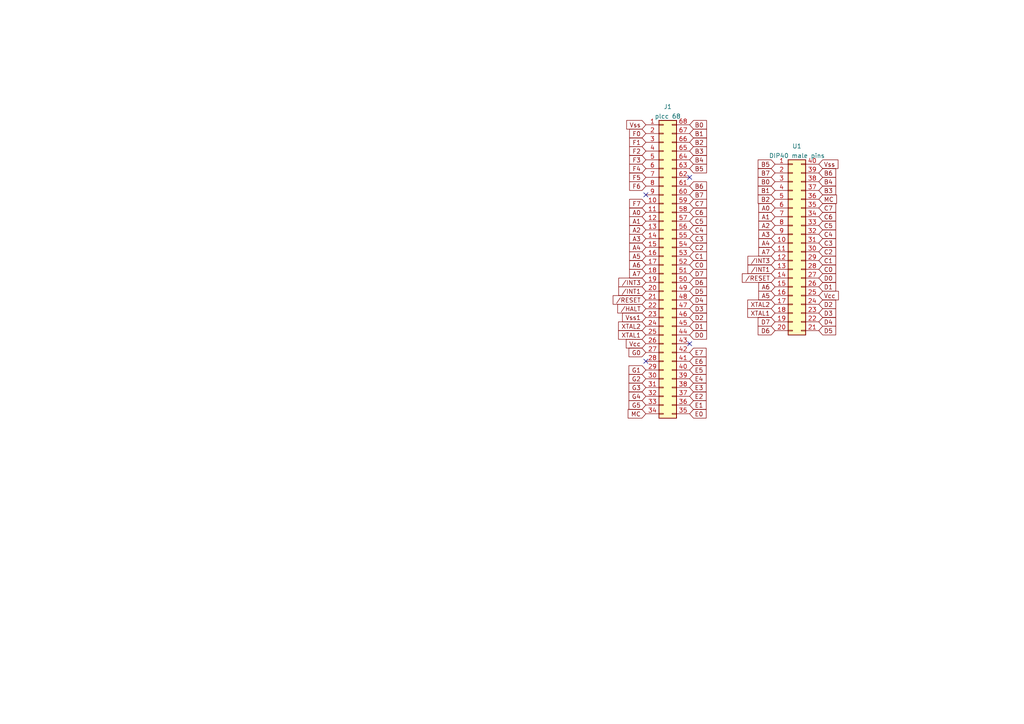
<source format=kicad_sch>
(kicad_sch (version 20211123) (generator eeschema)
  (paper "A4")
  (lib_symbols
    (symbol "Connector_Generic:Conn_02x20_Counter_Clockwise" (pin_names (offset 1.016) hide)
      (property "Reference" "J" (at 1.27 25.4 0))
      (property "Value" "Conn_02x20_Counter_Clockwise" (at 1.27 -27.94 0))
      (symbol "Conn_02x20_Counter_Clockwise_1_1"
        (rectangle (start -1.27 -25.273) (end 0 -25.527) (stroke (width 0.1524)))
        (rectangle (start -1.27 -22.733) (end 0 -22.987) (stroke (width 0.1524)))
        (rectangle (start -1.27 -20.193) (end 0 -20.447) (stroke (width 0.1524)))
        (rectangle (start -1.27 -17.653) (end 0 -17.907) (stroke (width 0.1524)))
        (rectangle (start -1.27 -15.113) (end 0 -15.367) (stroke (width 0.1524)))
        (rectangle (start -1.27 -12.573) (end 0 -12.827) (stroke (width 0.1524)))
        (rectangle (start -1.27 -10.033) (end 0 -10.287) (stroke (width 0.1524)))
        (rectangle (start -1.27 -7.493) (end 0 -7.747) (stroke (width 0.1524)))
        (rectangle (start -1.27 -4.953) (end 0 -5.207) (stroke (width 0.1524)))
        (rectangle (start -1.27 -2.413) (end 0 -2.667) (stroke (width 0.1524)))
        (rectangle (start -1.27 0.127) (end 0 -0.127) (stroke (width 0.1524)))
        (rectangle (start -1.27 2.667) (end 0 2.413) (stroke (width 0.1524)))
        (rectangle (start -1.27 5.207) (end 0 4.953) (stroke (width 0.1524)))
        (rectangle (start -1.27 7.747) (end 0 7.493) (stroke (width 0.1524)))
        (rectangle (start -1.27 10.287) (end 0 10.033) (stroke (width 0.1524)))
        (rectangle (start -1.27 12.827) (end 0 12.573) (stroke (width 0.1524)))
        (rectangle (start -1.27 15.367) (end 0 15.113) (stroke (width 0.1524)))
        (rectangle (start -1.27 17.907) (end 0 17.653) (stroke (width 0.1524)))
        (rectangle (start -1.27 20.447) (end 0 20.193) (stroke (width 0.1524)))
        (rectangle (start -1.27 22.987) (end 0 22.733) (stroke (width 0.1524)))
        (rectangle (start -1.27 24.13) (end 3.81 -26.67) (stroke (width 0.254)) (fill (type background)))
        (rectangle (start 3.81 -25.273) (end 2.54 -25.527) (stroke (width 0.1524)))
        (rectangle (start 3.81 -22.733) (end 2.54 -22.987) (stroke (width 0.1524)))
        (rectangle (start 3.81 -20.193) (end 2.54 -20.447) (stroke (width 0.1524)))
        (rectangle (start 3.81 -17.653) (end 2.54 -17.907) (stroke (width 0.1524)))
        (rectangle (start 3.81 -15.113) (end 2.54 -15.367) (stroke (width 0.1524)))
        (rectangle (start 3.81 -12.573) (end 2.54 -12.827) (stroke (width 0.1524)))
        (rectangle (start 3.81 -10.033) (end 2.54 -10.287) (stroke (width 0.1524)))
        (rectangle (start 3.81 -7.493) (end 2.54 -7.747) (stroke (width 0.1524)))
        (rectangle (start 3.81 -4.953) (end 2.54 -5.207) (stroke (width 0.1524)))
        (rectangle (start 3.81 -2.413) (end 2.54 -2.667) (stroke (width 0.1524)))
        (rectangle (start 3.81 0.127) (end 2.54 -0.127) (stroke (width 0.1524)))
        (rectangle (start 3.81 2.667) (end 2.54 2.413) (stroke (width 0.1524)))
        (rectangle (start 3.81 5.207) (end 2.54 4.953) (stroke (width 0.1524)))
        (rectangle (start 3.81 7.747) (end 2.54 7.493) (stroke (width 0.1524)))
        (rectangle (start 3.81 10.287) (end 2.54 10.033) (stroke (width 0.1524)))
        (rectangle (start 3.81 12.827) (end 2.54 12.573) (stroke (width 0.1524)))
        (rectangle (start 3.81 15.367) (end 2.54 15.113) (stroke (width 0.1524)))
        (rectangle (start 3.81 17.907) (end 2.54 17.653) (stroke (width 0.1524)))
        (rectangle (start 3.81 20.447) (end 2.54 20.193) (stroke (width 0.1524)))
        (rectangle (start 3.81 22.987) (end 2.54 22.733) (stroke (width 0.1524)))
        (pin passive line (at -5.08 22.86 0) (length 3.81) (name "Pin_1") (number "1"))
        (pin passive line (at -5.08 0 0) (length 3.81) (name "Pin_10") (number "10"))
        (pin passive line (at -5.08 -2.54 0) (length 3.81) (name "Pin_11") (number "11"))
        (pin passive line (at -5.08 -5.08 0) (length 3.81) (name "Pin_12") (number "12"))
        (pin passive line (at -5.08 -7.62 0) (length 3.81) (name "Pin_13") (number "13"))
        (pin passive line (at -5.08 -10.16 0) (length 3.81) (name "Pin_14") (number "14"))
        (pin passive line (at -5.08 -12.7 0) (length 3.81) (name "Pin_15") (number "15"))
        (pin passive line (at -5.08 -15.24 0) (length 3.81) (name "Pin_16") (number "16"))
        (pin passive line (at -5.08 -17.78 0) (length 3.81) (name "Pin_17") (number "17"))
        (pin passive line (at -5.08 -20.32 0) (length 3.81) (name "Pin_18") (number "18"))
        (pin passive line (at -5.08 -22.86 0) (length 3.81) (name "Pin_19") (number "19"))
        (pin passive line (at -5.08 20.32 0) (length 3.81) (name "Pin_2") (number "2"))
        (pin passive line (at -5.08 -25.4 0) (length 3.81) (name "Pin_20") (number "20"))
        (pin passive line (at 7.62 -25.4 180) (length 3.81) (name "Pin_21") (number "21"))
        (pin passive line (at 7.62 -22.86 180) (length 3.81) (name "Pin_22") (number "22"))
        (pin passive line (at 7.62 -20.32 180) (length 3.81) (name "Pin_23") (number "23"))
        (pin passive line (at 7.62 -17.78 180) (length 3.81) (name "Pin_24") (number "24"))
        (pin passive line (at 7.62 -15.24 180) (length 3.81) (name "Pin_25") (number "25"))
        (pin passive line (at 7.62 -12.7 180) (length 3.81) (name "Pin_26") (number "26"))
        (pin passive line (at 7.62 -10.16 180) (length 3.81) (name "Pin_27") (number "27"))
        (pin passive line (at 7.62 -7.62 180) (length 3.81) (name "Pin_28") (number "28"))
        (pin passive line (at 7.62 -5.08 180) (length 3.81) (name "Pin_29") (number "29"))
        (pin passive line (at -5.08 17.78 0) (length 3.81) (name "Pin_3") (number "3"))
        (pin passive line (at 7.62 -2.54 180) (length 3.81) (name "Pin_30") (number "30"))
        (pin passive line (at 7.62 0 180) (length 3.81) (name "Pin_31") (number "31"))
        (pin passive line (at 7.62 2.54 180) (length 3.81) (name "Pin_32") (number "32"))
        (pin passive line (at 7.62 5.08 180) (length 3.81) (name "Pin_33") (number "33"))
        (pin passive line (at 7.62 7.62 180) (length 3.81) (name "Pin_34") (number "34"))
        (pin passive line (at 7.62 10.16 180) (length 3.81) (name "Pin_35") (number "35"))
        (pin passive line (at 7.62 12.7 180) (length 3.81) (name "Pin_36") (number "36"))
        (pin passive line (at 7.62 15.24 180) (length 3.81) (name "Pin_37") (number "37"))
        (pin passive line (at 7.62 17.78 180) (length 3.81) (name "Pin_38") (number "38"))
        (pin passive line (at 7.62 20.32 180) (length 3.81) (name "Pin_39") (number "39"))
        (pin passive line (at -5.08 15.24 0) (length 3.81) (name "Pin_4") (number "4"))
        (pin passive line (at 7.62 22.86 180) (length 3.81) (name "Pin_40") (number "40"))
        (pin passive line (at -5.08 12.7 0) (length 3.81) (name "Pin_5") (number "5"))
        (pin passive line (at -5.08 10.16 0) (length 3.81) (name "Pin_6") (number "6"))
        (pin passive line (at -5.08 7.62 0) (length 3.81) (name "Pin_7") (number "7"))
        (pin passive line (at -5.08 5.08 0) (length 3.81) (name "Pin_8") (number "8"))
        (pin passive line (at -5.08 2.54 0) (length 3.81) (name "Pin_9") (number "9"))
      )
    )
    (symbol "Connector_Generic:Conn_02x34_Counter_Clockwise" (pin_names (offset 1.016) hide)
      (property "Reference" "J" (at 1.27 43.18 0))
      (property "Value" "Conn_02x34_Counter_Clockwise" (at 1.27 -45.72 0))
      (symbol "Conn_02x34_Counter_Clockwise_1_1"
        (rectangle (start -1.27 -43.053) (end 0 -43.307) (stroke (width 0.1524)))
        (rectangle (start -1.27 -40.513) (end 0 -40.767) (stroke (width 0.1524)))
        (rectangle (start -1.27 -37.973) (end 0 -38.227) (stroke (width 0.1524)))
        (rectangle (start -1.27 -35.433) (end 0 -35.687) (stroke (width 0.1524)))
        (rectangle (start -1.27 -32.893) (end 0 -33.147) (stroke (width 0.1524)))
        (rectangle (start -1.27 -30.353) (end 0 -30.607) (stroke (width 0.1524)))
        (rectangle (start -1.27 -27.813) (end 0 -28.067) (stroke (width 0.1524)))
        (rectangle (start -1.27 -25.273) (end 0 -25.527) (stroke (width 0.1524)))
        (rectangle (start -1.27 -22.733) (end 0 -22.987) (stroke (width 0.1524)))
        (rectangle (start -1.27 -20.193) (end 0 -20.447) (stroke (width 0.1524)))
        (rectangle (start -1.27 -17.653) (end 0 -17.907) (stroke (width 0.1524)))
        (rectangle (start -1.27 -15.113) (end 0 -15.367) (stroke (width 0.1524)))
        (rectangle (start -1.27 -12.573) (end 0 -12.827) (stroke (width 0.1524)))
        (rectangle (start -1.27 -10.033) (end 0 -10.287) (stroke (width 0.1524)))
        (rectangle (start -1.27 -7.493) (end 0 -7.747) (stroke (width 0.1524)))
        (rectangle (start -1.27 -4.953) (end 0 -5.207) (stroke (width 0.1524)))
        (rectangle (start -1.27 -2.413) (end 0 -2.667) (stroke (width 0.1524)))
        (rectangle (start -1.27 0.127) (end 0 -0.127) (stroke (width 0.1524)))
        (rectangle (start -1.27 2.667) (end 0 2.413) (stroke (width 0.1524)))
        (rectangle (start -1.27 5.207) (end 0 4.953) (stroke (width 0.1524)))
        (rectangle (start -1.27 7.747) (end 0 7.493) (stroke (width 0.1524)))
        (rectangle (start -1.27 10.287) (end 0 10.033) (stroke (width 0.1524)))
        (rectangle (start -1.27 12.827) (end 0 12.573) (stroke (width 0.1524)))
        (rectangle (start -1.27 15.367) (end 0 15.113) (stroke (width 0.1524)))
        (rectangle (start -1.27 17.907) (end 0 17.653) (stroke (width 0.1524)))
        (rectangle (start -1.27 20.447) (end 0 20.193) (stroke (width 0.1524)))
        (rectangle (start -1.27 22.987) (end 0 22.733) (stroke (width 0.1524)))
        (rectangle (start -1.27 25.527) (end 0 25.273) (stroke (width 0.1524)))
        (rectangle (start -1.27 28.067) (end 0 27.813) (stroke (width 0.1524)))
        (rectangle (start -1.27 30.607) (end 0 30.353) (stroke (width 0.1524)))
        (rectangle (start -1.27 33.147) (end 0 32.893) (stroke (width 0.1524)))
        (rectangle (start -1.27 35.687) (end 0 35.433) (stroke (width 0.1524)))
        (rectangle (start -1.27 38.227) (end 0 37.973) (stroke (width 0.1524)))
        (rectangle (start -1.27 40.767) (end 0 40.513) (stroke (width 0.1524)))
        (rectangle (start -1.27 41.91) (end 3.81 -44.45) (stroke (width 0.254)) (fill (type background)))
        (rectangle (start 3.81 -43.053) (end 2.54 -43.307) (stroke (width 0.1524)))
        (rectangle (start 3.81 -40.513) (end 2.54 -40.767) (stroke (width 0.1524)))
        (rectangle (start 3.81 -37.973) (end 2.54 -38.227) (stroke (width 0.1524)))
        (rectangle (start 3.81 -35.433) (end 2.54 -35.687) (stroke (width 0.1524)))
        (rectangle (start 3.81 -32.893) (end 2.54 -33.147) (stroke (width 0.1524)))
        (rectangle (start 3.81 -30.353) (end 2.54 -30.607) (stroke (width 0.1524)))
        (rectangle (start 3.81 -27.813) (end 2.54 -28.067) (stroke (width 0.1524)))
        (rectangle (start 3.81 -25.273) (end 2.54 -25.527) (stroke (width 0.1524)))
        (rectangle (start 3.81 -22.733) (end 2.54 -22.987) (stroke (width 0.1524)))
        (rectangle (start 3.81 -20.193) (end 2.54 -20.447) (stroke (width 0.1524)))
        (rectangle (start 3.81 -17.653) (end 2.54 -17.907) (stroke (width 0.1524)))
        (rectangle (start 3.81 -15.113) (end 2.54 -15.367) (stroke (width 0.1524)))
        (rectangle (start 3.81 -12.573) (end 2.54 -12.827) (stroke (width 0.1524)))
        (rectangle (start 3.81 -10.033) (end 2.54 -10.287) (stroke (width 0.1524)))
        (rectangle (start 3.81 -7.493) (end 2.54 -7.747) (stroke (width 0.1524)))
        (rectangle (start 3.81 -4.953) (end 2.54 -5.207) (stroke (width 0.1524)))
        (rectangle (start 3.81 -2.413) (end 2.54 -2.667) (stroke (width 0.1524)))
        (rectangle (start 3.81 0.127) (end 2.54 -0.127) (stroke (width 0.1524)))
        (rectangle (start 3.81 2.667) (end 2.54 2.413) (stroke (width 0.1524)))
        (rectangle (start 3.81 5.207) (end 2.54 4.953) (stroke (width 0.1524)))
        (rectangle (start 3.81 7.747) (end 2.54 7.493) (stroke (width 0.1524)))
        (rectangle (start 3.81 10.287) (end 2.54 10.033) (stroke (width 0.1524)))
        (rectangle (start 3.81 12.827) (end 2.54 12.573) (stroke (width 0.1524)))
        (rectangle (start 3.81 15.367) (end 2.54 15.113) (stroke (width 0.1524)))
        (rectangle (start 3.81 17.907) (end 2.54 17.653) (stroke (width 0.1524)))
        (rectangle (start 3.81 20.447) (end 2.54 20.193) (stroke (width 0.1524)))
        (rectangle (start 3.81 22.987) (end 2.54 22.733) (stroke (width 0.1524)))
        (rectangle (start 3.81 25.527) (end 2.54 25.273) (stroke (width 0.1524)))
        (rectangle (start 3.81 28.067) (end 2.54 27.813) (stroke (width 0.1524)))
        (rectangle (start 3.81 30.607) (end 2.54 30.353) (stroke (width 0.1524)))
        (rectangle (start 3.81 33.147) (end 2.54 32.893) (stroke (width 0.1524)))
        (rectangle (start 3.81 35.687) (end 2.54 35.433) (stroke (width 0.1524)))
        (rectangle (start 3.81 38.227) (end 2.54 37.973) (stroke (width 0.1524)))
        (rectangle (start 3.81 40.767) (end 2.54 40.513) (stroke (width 0.1524)))
        (pin passive line (at -5.08 40.64 0) (length 3.81) (name "Pin_1") (number "1"))
        (pin passive line (at -5.08 17.78 0) (length 3.81) (name "Pin_10") (number "10"))
        (pin passive line (at -5.08 15.24 0) (length 3.81) (name "Pin_11") (number "11"))
        (pin passive line (at -5.08 12.7 0) (length 3.81) (name "Pin_12") (number "12"))
        (pin passive line (at -5.08 10.16 0) (length 3.81) (name "Pin_13") (number "13"))
        (pin passive line (at -5.08 7.62 0) (length 3.81) (name "Pin_14") (number "14"))
        (pin passive line (at -5.08 5.08 0) (length 3.81) (name "Pin_15") (number "15"))
        (pin passive line (at -5.08 2.54 0) (length 3.81) (name "Pin_16") (number "16"))
        (pin passive line (at -5.08 0 0) (length 3.81) (name "Pin_17") (number "17"))
        (pin passive line (at -5.08 -2.54 0) (length 3.81) (name "Pin_18") (number "18"))
        (pin passive line (at -5.08 -5.08 0) (length 3.81) (name "Pin_19") (number "19"))
        (pin passive line (at -5.08 38.1 0) (length 3.81) (name "Pin_2") (number "2"))
        (pin passive line (at -5.08 -7.62 0) (length 3.81) (name "Pin_20") (number "20"))
        (pin passive line (at -5.08 -10.16 0) (length 3.81) (name "Pin_21") (number "21"))
        (pin passive line (at -5.08 -12.7 0) (length 3.81) (name "Pin_22") (number "22"))
        (pin passive line (at -5.08 -15.24 0) (length 3.81) (name "Pin_23") (number "23"))
        (pin passive line (at -5.08 -17.78 0) (length 3.81) (name "Pin_24") (number "24"))
        (pin passive line (at -5.08 -20.32 0) (length 3.81) (name "Pin_25") (number "25"))
        (pin passive line (at -5.08 -22.86 0) (length 3.81) (name "Pin_26") (number "26"))
        (pin passive line (at -5.08 -25.4 0) (length 3.81) (name "Pin_27") (number "27"))
        (pin passive line (at -5.08 -27.94 0) (length 3.81) (name "Pin_28") (number "28"))
        (pin passive line (at -5.08 -30.48 0) (length 3.81) (name "Pin_29") (number "29"))
        (pin passive line (at -5.08 35.56 0) (length 3.81) (name "Pin_3") (number "3"))
        (pin passive line (at -5.08 -33.02 0) (length 3.81) (name "Pin_30") (number "30"))
        (pin passive line (at -5.08 -35.56 0) (length 3.81) (name "Pin_31") (number "31"))
        (pin passive line (at -5.08 -38.1 0) (length 3.81) (name "Pin_32") (number "32"))
        (pin passive line (at -5.08 -40.64 0) (length 3.81) (name "Pin_33") (number "33"))
        (pin passive line (at -5.08 -43.18 0) (length 3.81) (name "Pin_34") (number "34"))
        (pin passive line (at 7.62 -43.18 180) (length 3.81) (name "Pin_35") (number "35"))
        (pin passive line (at 7.62 -40.64 180) (length 3.81) (name "Pin_36") (number "36"))
        (pin passive line (at 7.62 -38.1 180) (length 3.81) (name "Pin_37") (number "37"))
        (pin passive line (at 7.62 -35.56 180) (length 3.81) (name "Pin_38") (number "38"))
        (pin passive line (at 7.62 -33.02 180) (length 3.81) (name "Pin_39") (number "39"))
        (pin passive line (at -5.08 33.02 0) (length 3.81) (name "Pin_4") (number "4"))
        (pin passive line (at 7.62 -30.48 180) (length 3.81) (name "Pin_40") (number "40"))
        (pin passive line (at 7.62 -27.94 180) (length 3.81) (name "Pin_41") (number "41"))
        (pin passive line (at 7.62 -25.4 180) (length 3.81) (name "Pin_42") (number "42"))
        (pin passive line (at 7.62 -22.86 180) (length 3.81) (name "Pin_43") (number "43"))
        (pin passive line (at 7.62 -20.32 180) (length 3.81) (name "Pin_44") (number "44"))
        (pin passive line (at 7.62 -17.78 180) (length 3.81) (name "Pin_45") (number "45"))
        (pin passive line (at 7.62 -15.24 180) (length 3.81) (name "Pin_46") (number "46"))
        (pin passive line (at 7.62 -12.7 180) (length 3.81) (name "Pin_47") (number "47"))
        (pin passive line (at 7.62 -10.16 180) (length 3.81) (name "Pin_48") (number "48"))
        (pin passive line (at 7.62 -7.62 180) (length 3.81) (name "Pin_49") (number "49"))
        (pin passive line (at -5.08 30.48 0) (length 3.81) (name "Pin_5") (number "5"))
        (pin passive line (at 7.62 -5.08 180) (length 3.81) (name "Pin_50") (number "50"))
        (pin passive line (at 7.62 -2.54 180) (length 3.81) (name "Pin_51") (number "51"))
        (pin passive line (at 7.62 0 180) (length 3.81) (name "Pin_52") (number "52"))
        (pin passive line (at 7.62 2.54 180) (length 3.81) (name "Pin_53") (number "53"))
        (pin passive line (at 7.62 5.08 180) (length 3.81) (name "Pin_54") (number "54"))
        (pin passive line (at 7.62 7.62 180) (length 3.81) (name "Pin_55") (number "55"))
        (pin passive line (at 7.62 10.16 180) (length 3.81) (name "Pin_56") (number "56"))
        (pin passive line (at 7.62 12.7 180) (length 3.81) (name "Pin_57") (number "57"))
        (pin passive line (at 7.62 15.24 180) (length 3.81) (name "Pin_58") (number "58"))
        (pin passive line (at 7.62 17.78 180) (length 3.81) (name "Pin_59") (number "59"))
        (pin passive line (at -5.08 27.94 0) (length 3.81) (name "Pin_6") (number "6"))
        (pin passive line (at 7.62 20.32 180) (length 3.81) (name "Pin_60") (number "60"))
        (pin passive line (at 7.62 22.86 180) (length 3.81) (name "Pin_61") (number "61"))
        (pin passive line (at 7.62 25.4 180) (length 3.81) (name "Pin_62") (number "62"))
        (pin passive line (at 7.62 27.94 180) (length 3.81) (name "Pin_63") (number "63"))
        (pin passive line (at 7.62 30.48 180) (length 3.81) (name "Pin_64") (number "64"))
        (pin passive line (at 7.62 33.02 180) (length 3.81) (name "Pin_65") (number "65"))
        (pin passive line (at 7.62 35.56 180) (length 3.81) (name "Pin_66") (number "66"))
        (pin passive line (at 7.62 38.1 180) (length 3.81) (name "Pin_67") (number "67"))
        (pin passive line (at 7.62 40.64 180) (length 3.81) (name "Pin_68") (number "68"))
        (pin passive line (at -5.08 25.4 0) (length 3.81) (name "Pin_7") (number "7"))
        (pin passive line (at -5.08 22.86 0) (length 3.81) (name "Pin_8") (number "8"))
        (pin passive line (at -5.08 20.32 0) (length 3.81) (name "Pin_9") (number "9"))
      )
    )
  )
  (no_connect (at 200.025 51.435))
  (no_connect (at 187.325 104.775))
  (no_connect (at 200.025 99.695))
  (no_connect (at 187.325 56.515))
  (global_label "B2" (shape input) (at 200.025 41.275 0) (property "Intersheet References" "${INTERSHEET_REFS}" (effects hide)))
  (global_label "E2" (shape input) (at 200.025 114.935 0) (property "Intersheet References" "${INTERSHEET_REFS}" (effects hide)))
  (global_label "A5" (shape input) (at 187.325 74.295 180) (property "Intersheet References" "${INTERSHEET_REFS}" (effects hide)))
  (global_label "D7" (shape input) (at 224.79 93.345 180) (property "Intersheet References" "${INTERSHEET_REFS}" (effects hide)))
  (global_label "E0" (shape input) (at 200.025 120.015 0) (property "Intersheet References" "${INTERSHEET_REFS}" (effects hide)))
  (global_label "B2" (shape input) (at 224.79 57.785 180) (property "Intersheet References" "${INTERSHEET_REFS}" (effects hide)))
  (global_label "B1" (shape input) (at 200.025 38.735 0) (property "Intersheet References" "${INTERSHEET_REFS}" (effects hide)))
  (global_label "B1" (shape input) (at 224.79 55.245 180) (property "Intersheet References" "${INTERSHEET_REFS}" (effects hide)))
  (global_label "{slash}INT3" (shape input) (at 187.325 81.915 180) (property "Intersheet References" "${INTERSHEET_REFS}" (effects hide)))
  (global_label "A6" (shape input) (at 187.325 76.835 180) (property "Intersheet References" "${INTERSHEET_REFS}" (effects hide)))
  (global_label "C6" (shape input) (at 237.49 62.865 0) (property "Intersheet References" "${INTERSHEET_REFS}" (effects hide)))
  (global_label "D6" (shape input) (at 200.025 81.915 0) (property "Intersheet References" "${INTERSHEET_REFS}" (effects hide)))
  (global_label "B0" (shape input) (at 224.79 52.705 180) (property "Intersheet References" "${INTERSHEET_REFS}" (effects hide)))
  (global_label "D3" (shape input) (at 200.025 89.535 0) (property "Intersheet References" "${INTERSHEET_REFS}" (effects hide)))
  (global_label "XTAL2" (shape input) (at 187.325 94.615 180) (property "Intersheet References" "${INTERSHEET_REFS}" (effects hide)))
  (global_label "D6" (shape input) (at 224.79 95.885 180) (property "Intersheet References" "${INTERSHEET_REFS}" (effects hide)))
  (global_label "D0" (shape input) (at 237.49 80.645 0) (property "Intersheet References" "${INTERSHEET_REFS}" (effects hide)))
  (global_label "F2" (shape input) (at 187.325 43.815 180) (property "Intersheet References" "${INTERSHEET_REFS}" (effects hide)))
  (global_label "E3" (shape input) (at 200.025 112.395 0) (property "Intersheet References" "${INTERSHEET_REFS}" (effects hide)))
  (global_label "A4" (shape input) (at 224.79 70.485 180) (property "Intersheet References" "${INTERSHEET_REFS}" (effects hide)))
  (global_label "F7" (shape input) (at 187.325 59.055 180) (property "Intersheet References" "${INTERSHEET_REFS}" (effects hide)))
  (global_label "C7" (shape input) (at 237.49 60.325 0) (property "Intersheet References" "${INTERSHEET_REFS}" (effects hide)))
  (global_label "A3" (shape input) (at 187.325 69.215 180) (property "Intersheet References" "${INTERSHEET_REFS}" (effects hide)))
  (global_label "B7" (shape input) (at 200.025 56.515 0) (property "Intersheet References" "${INTERSHEET_REFS}" (effects hide)))
  (global_label "C2" (shape input) (at 200.025 71.755 0) (property "Intersheet References" "${INTERSHEET_REFS}" (effects hide)))
  (global_label "D5" (shape input) (at 200.025 84.455 0) (property "Intersheet References" "${INTERSHEET_REFS}" (effects hide)))
  (global_label "XTAL1" (shape input) (at 224.79 90.805 180) (property "Intersheet References" "${INTERSHEET_REFS}" (effects hide)))
  (global_label "D2" (shape input) (at 200.025 92.075 0) (property "Intersheet References" "${INTERSHEET_REFS}" (effects hide)))
  (global_label "F5" (shape input) (at 187.325 51.435 180) (property "Intersheet References" "${INTERSHEET_REFS}" (effects hide)))
  (global_label "E7" (shape input) (at 200.025 102.235 0) (property "Intersheet References" "${INTERSHEET_REFS}" (effects hide)))
  (global_label "D4" (shape input) (at 237.49 93.345 0) (property "Intersheet References" "${INTERSHEET_REFS}" (effects hide)))
  (global_label "D4" (shape input) (at 200.025 86.995 0) (property "Intersheet References" "${INTERSHEET_REFS}" (effects hide)))
  (global_label "C4" (shape input) (at 200.025 66.675 0) (property "Intersheet References" "${INTERSHEET_REFS}" (effects hide)))
  (global_label "D5" (shape input) (at 237.49 95.885 0) (property "Intersheet References" "${INTERSHEET_REFS}" (effects hide)))
  (global_label "{slash}HALT" (shape input) (at 187.325 89.535 180) (property "Intersheet References" "${INTERSHEET_REFS}" (effects hide)))
  (global_label "C0" (shape input) (at 200.025 76.835 0) (property "Intersheet References" "${INTERSHEET_REFS}" (effects hide)))
  (global_label "D1" (shape input) (at 237.49 83.185 0) (property "Intersheet References" "${INTERSHEET_REFS}" (effects hide)))
  (global_label "B7" (shape input) (at 224.79 50.165 180) (property "Intersheet References" "${INTERSHEET_REFS}" (effects hide)))
  (global_label "MC" (shape input) (at 187.325 120.015 180) (property "Intersheet References" "${INTERSHEET_REFS}" (effects hide)))
  (global_label "G1" (shape input) (at 187.325 107.315 180) (property "Intersheet References" "${INTERSHEET_REFS}" (effects hide)))
  (global_label "MC" (shape input) (at 237.49 57.785 0) (property "Intersheet References" "${INTERSHEET_REFS}" (effects hide)))
  (global_label "F0" (shape input) (at 187.325 38.735 180) (property "Intersheet References" "${INTERSHEET_REFS}" (effects hide)))
  (global_label "G5" (shape input) (at 187.325 117.475 180) (property "Intersheet References" "${INTERSHEET_REFS}" (effects hide)))
  (global_label "C1" (shape input) (at 200.025 74.295 0) (property "Intersheet References" "${INTERSHEET_REFS}" (effects hide)))
  (global_label "B3" (shape input) (at 237.49 55.245 0) (property "Intersheet References" "${INTERSHEET_REFS}" (effects hide)))
  (global_label "D7" (shape input) (at 200.025 79.375 0) (property "Intersheet References" "${INTERSHEET_REFS}" (effects hide)))
  (global_label "C1" (shape input) (at 237.49 75.565 0) (property "Intersheet References" "${INTERSHEET_REFS}" (effects hide)))
  (global_label "B4" (shape input) (at 237.49 52.705 0) (property "Intersheet References" "${INTERSHEET_REFS}" (effects hide)))
  (global_label "A2" (shape input) (at 187.325 66.675 180) (property "Intersheet References" "${INTERSHEET_REFS}" (effects hide)))
  (global_label "G4" (shape input) (at 187.325 114.935 180) (property "Intersheet References" "${INTERSHEET_REFS}" (effects hide)))
  (global_label "A0" (shape input) (at 187.325 61.595 180) (property "Intersheet References" "${INTERSHEET_REFS}" (effects hide)))
  (global_label "A7" (shape input) (at 187.325 79.375 180) (property "Intersheet References" "${INTERSHEET_REFS}" (effects hide)))
  (global_label "{slash}INT1" (shape input) (at 224.79 78.105 180) (property "Intersheet References" "${INTERSHEET_REFS}" (effects hide)))
  (global_label "A1" (shape input) (at 187.325 64.135 180) (property "Intersheet References" "${INTERSHEET_REFS}" (effects hide)))
  (global_label "D3" (shape input) (at 237.49 90.805 0) (property "Intersheet References" "${INTERSHEET_REFS}" (effects hide)))
  (global_label "C3" (shape input) (at 237.49 70.485 0) (property "Intersheet References" "${INTERSHEET_REFS}" (effects hide)))
  (global_label "G3" (shape input) (at 187.325 112.395 180) (property "Intersheet References" "${INTERSHEET_REFS}" (effects hide)))
  (global_label "A1" (shape input) (at 224.79 62.865 180) (property "Intersheet References" "${INTERSHEET_REFS}" (effects hide)))
  (global_label "A7" (shape input) (at 224.79 73.025 180) (property "Intersheet References" "${INTERSHEET_REFS}" (effects hide)))
  (global_label "{slash}INT3" (shape input) (at 224.79 75.565 180) (property "Intersheet References" "${INTERSHEET_REFS}" (effects hide)))
  (global_label "C5" (shape input) (at 200.025 64.135 0) (property "Intersheet References" "${INTERSHEET_REFS}" (effects hide)))
  (global_label "Vss" (shape input) (at 237.49 47.625 0) (property "Intersheet References" "${INTERSHEET_REFS}" (effects hide)))
  (global_label "B5" (shape input) (at 200.025 48.895 0) (property "Intersheet References" "${INTERSHEET_REFS}" (effects hide)))
  (global_label "G0" (shape input) (at 187.325 102.235 180) (property "Intersheet References" "${INTERSHEET_REFS}" (effects hide)))
  (global_label "A3" (shape input) (at 224.79 67.945 180) (property "Intersheet References" "${INTERSHEET_REFS}" (effects hide)))
  (global_label "B4" (shape input) (at 200.025 46.355 0) (property "Intersheet References" "${INTERSHEET_REFS}" (effects hide)))
  (global_label "B5" (shape input) (at 224.79 47.625 180) (property "Intersheet References" "${INTERSHEET_REFS}" (effects hide)))
  (global_label "XTAL2" (shape input) (at 224.79 88.265 180) (property "Intersheet References" "${INTERSHEET_REFS}" (effects hide)))
  (global_label "A5" (shape input) (at 224.79 85.725 180) (property "Intersheet References" "${INTERSHEET_REFS}" (effects hide)))
  (global_label "{slash}RESET" (shape input) (at 224.79 80.645 180) (property "Intersheet References" "${INTERSHEET_REFS}" (effects hide)))
  (global_label "{slash}RESET" (shape input) (at 187.325 86.995 180) (property "Intersheet References" "${INTERSHEET_REFS}" (effects hide)))
  (global_label "B6" (shape input) (at 237.49 50.165 0) (property "Intersheet References" "${INTERSHEET_REFS}" (effects hide)))
  (global_label "C4" (shape input) (at 237.49 67.945 0) (property "Intersheet References" "${INTERSHEET_REFS}" (effects hide)))
  (global_label "E4" (shape input) (at 200.025 109.855 0) (property "Intersheet References" "${INTERSHEET_REFS}" (effects hide)))
  (global_label "E5" (shape input) (at 200.025 107.315 0) (property "Intersheet References" "${INTERSHEET_REFS}" (effects hide)))
  (global_label "XTAL1" (shape input) (at 187.325 97.155 180) (property "Intersheet References" "${INTERSHEET_REFS}" (effects hide)))
  (global_label "F1" (shape input) (at 187.325 41.275 180) (property "Intersheet References" "${INTERSHEET_REFS}" (effects hide)))
  (global_label "Vcc" (shape input) (at 237.49 85.725 0) (property "Intersheet References" "${INTERSHEET_REFS}" (effects hide)))
  (global_label "Vss" (shape input) (at 187.325 36.195 180) (property "Intersheet References" "${INTERSHEET_REFS}" (effects hide)))
  (global_label "E6" (shape input) (at 200.025 104.775 0) (property "Intersheet References" "${INTERSHEET_REFS}" (effects hide)))
  (global_label "A0" (shape input) (at 224.79 60.325 180) (property "Intersheet References" "${INTERSHEET_REFS}" (effects hide)))
  (global_label "C5" (shape input) (at 237.49 65.405 0) (property "Intersheet References" "${INTERSHEET_REFS}" (effects hide)))
  (global_label "A4" (shape input) (at 187.325 71.755 180) (property "Intersheet References" "${INTERSHEET_REFS}" (effects hide)))
  (global_label "C6" (shape input) (at 200.025 61.595 0) (property "Intersheet References" "${INTERSHEET_REFS}" (effects hide)))
  (global_label "B6" (shape input) (at 200.025 53.975 0) (property "Intersheet References" "${INTERSHEET_REFS}" (effects hide)))
  (global_label "D0" (shape input) (at 200.025 97.155 0) (property "Intersheet References" "${INTERSHEET_REFS}" (effects hide)))
  (global_label "A2" (shape input) (at 224.79 65.405 180) (property "Intersheet References" "${INTERSHEET_REFS}" (effects hide)))
  (global_label "C0" (shape input) (at 237.49 78.105 0) (property "Intersheet References" "${INTERSHEET_REFS}" (effects hide)))
  (global_label "Vss1" (shape input) (at 187.325 92.075 180) (property "Intersheet References" "${INTERSHEET_REFS}" (effects hide)))
  (global_label "B0" (shape input) (at 200.025 36.195 0) (property "Intersheet References" "${INTERSHEET_REFS}" (effects hide)))
  (global_label "F4" (shape input) (at 187.325 48.895 180) (property "Intersheet References" "${INTERSHEET_REFS}" (effects hide)))
  (global_label "A6" (shape input) (at 224.79 83.185 180) (property "Intersheet References" "${INTERSHEET_REFS}" (effects hide)))
  (global_label "F6" (shape input) (at 187.325 53.975 180) (property "Intersheet References" "${INTERSHEET_REFS}" (effects hide)))
  (global_label "Vcc" (shape input) (at 187.325 99.695 180) (property "Intersheet References" "${INTERSHEET_REFS}" (effects hide)))
  (global_label "F3" (shape input) (at 187.325 46.355 180) (property "Intersheet References" "${INTERSHEET_REFS}" (effects hide)))
  (global_label "C2" (shape input) (at 237.49 73.025 0) (property "Intersheet References" "${INTERSHEET_REFS}" (effects hide)))
  (global_label "C7" (shape input) (at 200.025 59.055 0) (property "Intersheet References" "${INTERSHEET_REFS}" (effects hide)))
  (global_label "E1" (shape input) (at 200.025 117.475 0) (property "Intersheet References" "${INTERSHEET_REFS}" (effects hide)))
  (global_label "B3" (shape input) (at 200.025 43.815 0) (property "Intersheet References" "${INTERSHEET_REFS}" (effects hide)))
  (global_label "G2" (shape input) (at 187.325 109.855 180) (property "Intersheet References" "${INTERSHEET_REFS}" (effects hide)))
  (global_label "D1" (shape input) (at 200.025 94.615 0) (property "Intersheet References" "${INTERSHEET_REFS}" (effects hide)))
  (global_label "D2" (shape input) (at 237.49 88.265 0) (property "Intersheet References" "${INTERSHEET_REFS}" (effects hide)))
  (global_label "{slash}INT1" (shape input) (at 187.325 84.455 180) (property "Intersheet References" "${INTERSHEET_REFS}" (effects hide)))
  (global_label "C3" (shape input) (at 200.025 69.215 0) (property "Intersheet References" "${INTERSHEET_REFS}" (effects hide)))
  (symbol (lib_id "Connector_Generic:Conn_02x20_Counter_Clockwise") (at 229.87 70.485 0) (unit 1)
    (property "Reference" "U1" (at 231.14 42.3885 0))
    (property "Value" "DIP40 male pins" (at 231.14 45.1636 0))
    (property "Footprint" "Package_DIP:DIP-40_W15.24mm" (effects hide))
  )
  (symbol (lib_id "Connector_Generic:Conn_02x34_Counter_Clockwise") (at 192.405 76.835 0) (unit 1)
    (property "Reference" "J1" (at 193.675 30.9585 0))
    (property "Value" "plcc 68" (at 193.675 33.7336 0))
    (property "Footprint" "Package_LCC:PLCC-68_THT-Socket" (effects hide))
  )
)
</source>
